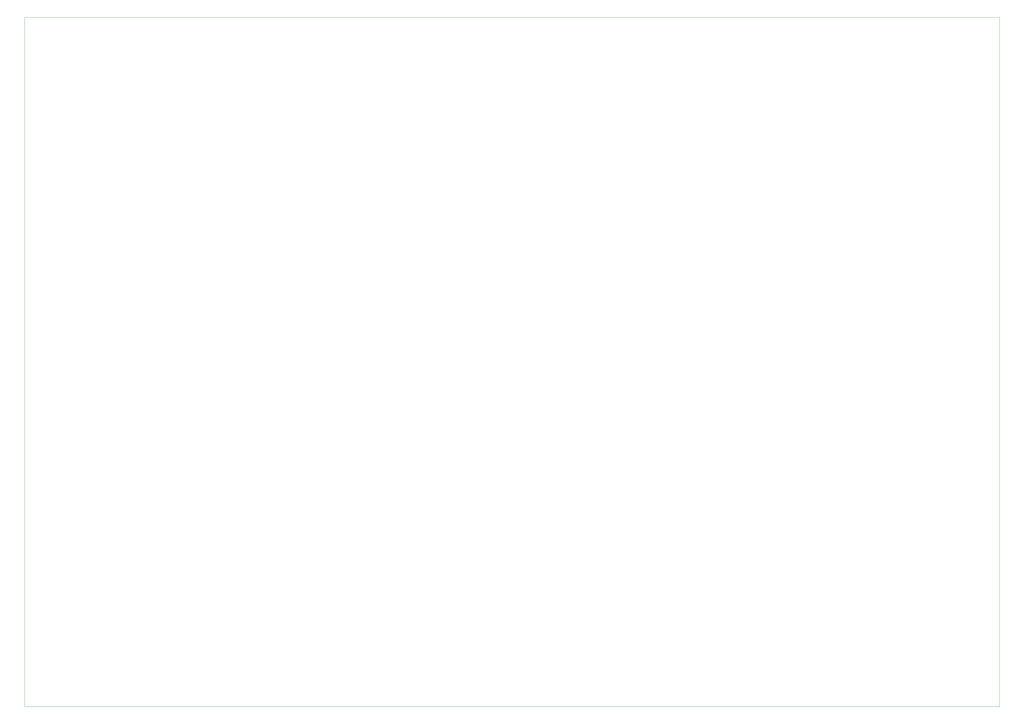
<source format=gbr>
%TF.GenerationSoftware,KiCad,Pcbnew,7.0.7*%
%TF.CreationDate,2024-03-03T19:12:33-08:00*%
%TF.ProjectId,rp2040_audio_spectrum,72703230-3430-45f6-9175-64696f5f7370,rev?*%
%TF.SameCoordinates,Original*%
%TF.FileFunction,Profile,NP*%
%FSLAX46Y46*%
G04 Gerber Fmt 4.6, Leading zero omitted, Abs format (unit mm)*
G04 Created by KiCad (PCBNEW 7.0.7) date 2024-03-03 19:12:33*
%MOMM*%
%LPD*%
G01*
G04 APERTURE LIST*
%TA.AperFunction,Profile*%
%ADD10C,0.100000*%
%TD*%
G04 APERTURE END LIST*
D10*
X48260000Y-16154400D02*
X381000000Y-16154400D01*
X381000000Y-251460000D01*
X48260000Y-251460000D01*
X48260000Y-16154400D01*
M02*

</source>
